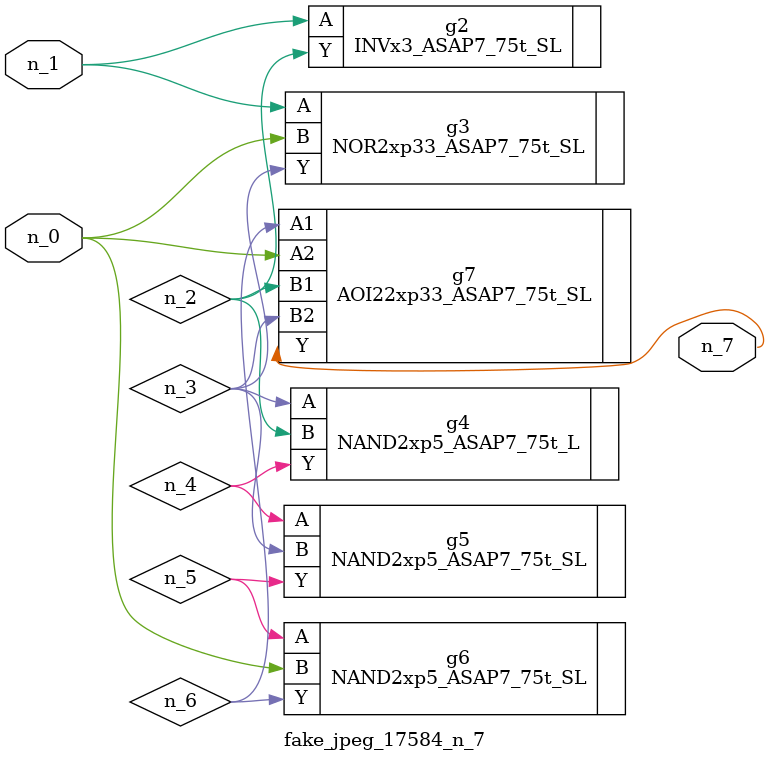
<source format=v>
module fake_jpeg_17584_n_7 (n_0, n_1, n_7);

input n_0;
input n_1;

output n_7;

wire n_2;
wire n_3;
wire n_4;
wire n_6;
wire n_5;

INVx3_ASAP7_75t_SL g2 ( 
.A(n_1),
.Y(n_2)
);

NOR2xp33_ASAP7_75t_SL g3 ( 
.A(n_1),
.B(n_0),
.Y(n_3)
);

NAND2xp5_ASAP7_75t_L g4 ( 
.A(n_3),
.B(n_2),
.Y(n_4)
);

NAND2xp5_ASAP7_75t_SL g5 ( 
.A(n_4),
.B(n_3),
.Y(n_5)
);

NAND2xp5_ASAP7_75t_SL g6 ( 
.A(n_5),
.B(n_0),
.Y(n_6)
);

AOI22xp33_ASAP7_75t_SL g7 ( 
.A1(n_6),
.A2(n_0),
.B1(n_2),
.B2(n_3),
.Y(n_7)
);


endmodule
</source>
